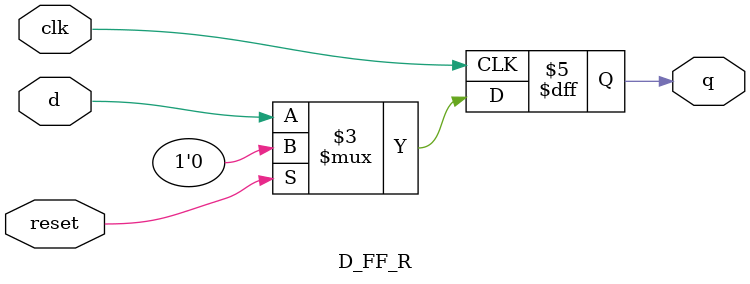
<source format=sv>
module D_FF_R (q, d, clk, reset);
	input logic d, clk, reset;
	output logic q;
	
	always_ff @(posedge clk) begin
		if (reset)
			q <= 0;
		else
			q <= d;
	end

endmodule 
</source>
